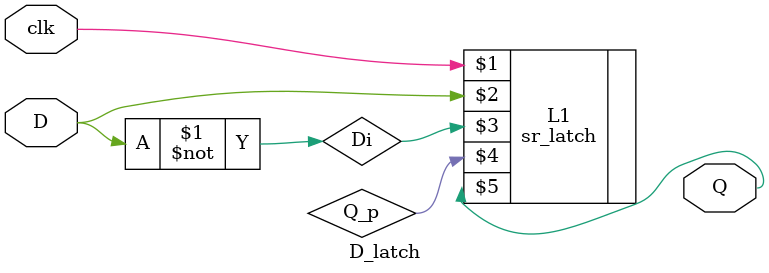
<source format=sv>
`timescale 1ns/1ns

module D_latch(input clk,D,output Q);
not N1(Di,D);
wire Q_p;
sr_latch L1(clk,D,Di,Q_p,Q);
endmodule

</source>
